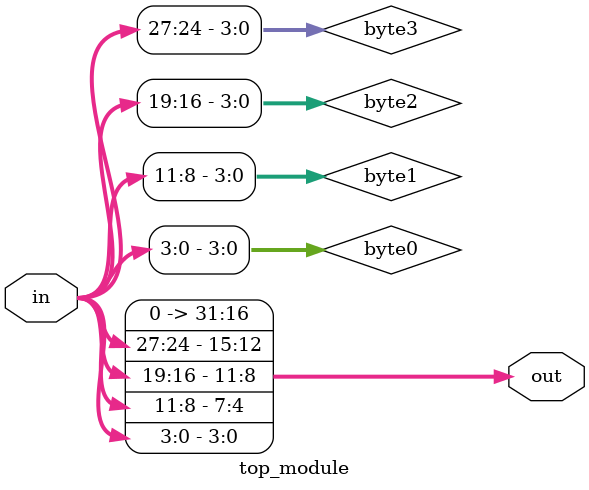
<source format=sv>
module top_module (
	input [31:0] in,
	output [31:0] out
);
	wire [3:0] byte0;
	wire [3:0] byte1;
	wire [3:0] byte2;
	wire [3:0] byte3;
	
	assign byte0 = in[7:0];
	assign byte1 = in[15:8];
	assign byte2 = in[23:16];
	assign byte3 = in[31:24];
	
	assign out = {byte3, byte2, byte1, byte0};
endmodule

</source>
